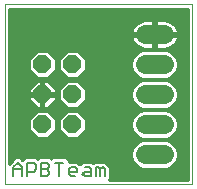
<source format=gtl>
G75*
G70*
%OFA0B0*%
%FSLAX24Y24*%
%IPPOS*%
%LPD*%
%AMOC8*
5,1,8,0,0,1.08239X$1,22.5*
%
%ADD10C,0.0000*%
%ADD11C,0.0080*%
%ADD12OC8,0.0600*%
%ADD13C,0.0634*%
%ADD14C,0.0100*%
D10*
X000161Y000151D02*
X000161Y006151D01*
X006411Y006151D01*
X006411Y000151D01*
X000161Y000151D01*
D11*
X000451Y000441D02*
X000451Y000721D01*
X000591Y000862D01*
X000731Y000721D01*
X000731Y000441D01*
X000912Y000441D02*
X000912Y000862D01*
X001122Y000862D01*
X001192Y000791D01*
X001192Y000651D01*
X001122Y000581D01*
X000912Y000581D01*
X000731Y000651D02*
X000451Y000651D01*
X001372Y000651D02*
X001582Y000651D01*
X001652Y000581D01*
X001652Y000511D01*
X001582Y000441D01*
X001372Y000441D01*
X001372Y000862D01*
X001582Y000862D01*
X001652Y000791D01*
X001652Y000721D01*
X001582Y000651D01*
X001832Y000862D02*
X002113Y000862D01*
X001972Y000862D02*
X001972Y000441D01*
X002293Y000511D02*
X002293Y000651D01*
X002363Y000721D01*
X002503Y000721D01*
X002573Y000651D01*
X002573Y000581D01*
X002293Y000581D01*
X002293Y000511D02*
X002363Y000441D01*
X002503Y000441D01*
X002753Y000511D02*
X002823Y000581D01*
X003033Y000581D01*
X003033Y000651D02*
X003033Y000441D01*
X002823Y000441D01*
X002753Y000511D01*
X002823Y000721D02*
X002963Y000721D01*
X003033Y000651D01*
X003213Y000721D02*
X003283Y000721D01*
X003354Y000651D01*
X003424Y000721D01*
X003494Y000651D01*
X003494Y000441D01*
X003354Y000441D02*
X003354Y000651D01*
X003213Y000721D02*
X003213Y000441D01*
D12*
X002411Y002151D03*
X001411Y002151D03*
X001411Y003151D03*
X001411Y004151D03*
X002411Y004151D03*
X002411Y003151D03*
D13*
X004844Y003151D02*
X005478Y003151D01*
X005478Y002151D02*
X004844Y002151D01*
X004844Y001151D02*
X005478Y001151D01*
X005478Y004151D02*
X004844Y004151D01*
X004844Y005151D02*
X005478Y005151D01*
D14*
X005210Y005177D02*
X006261Y005177D01*
X006261Y005078D02*
X005939Y005078D01*
X005943Y005103D02*
X005210Y005103D01*
X005210Y005200D01*
X005113Y005200D01*
X005113Y005618D01*
X004808Y005618D01*
X004735Y005606D01*
X004665Y005584D01*
X004600Y005550D01*
X004540Y005507D01*
X004488Y005455D01*
X004445Y005396D01*
X004412Y005330D01*
X004389Y005261D01*
X004379Y005200D01*
X005113Y005200D01*
X005113Y005103D01*
X004379Y005103D01*
X004389Y005042D01*
X004412Y004972D01*
X004445Y004906D01*
X004488Y004847D01*
X004540Y004795D01*
X004600Y004752D01*
X004665Y004719D01*
X004735Y004696D01*
X004808Y004684D01*
X005113Y004684D01*
X005113Y005102D01*
X005210Y005102D01*
X005210Y004684D01*
X005515Y004684D01*
X005587Y004696D01*
X005657Y004719D01*
X005723Y004752D01*
X005782Y004795D01*
X005834Y004847D01*
X005877Y004906D01*
X005911Y004972D01*
X005933Y005042D01*
X005943Y005103D01*
X005943Y005200D02*
X005933Y005261D01*
X005911Y005330D01*
X005877Y005396D01*
X005834Y005455D01*
X005782Y005507D01*
X005723Y005550D01*
X005657Y005584D01*
X005587Y005606D01*
X005515Y005618D01*
X005210Y005618D01*
X005210Y005200D01*
X005943Y005200D01*
X005929Y005275D02*
X006261Y005275D01*
X006261Y005374D02*
X005889Y005374D01*
X005817Y005473D02*
X006261Y005473D01*
X006261Y005571D02*
X005682Y005571D01*
X005210Y005571D02*
X005113Y005571D01*
X005113Y005473D02*
X005210Y005473D01*
X005210Y005374D02*
X005113Y005374D01*
X005113Y005275D02*
X005210Y005275D01*
X005113Y005177D02*
X000311Y005177D01*
X000311Y005078D02*
X004383Y005078D01*
X004409Y004980D02*
X000311Y004980D01*
X000311Y004881D02*
X004463Y004881D01*
X004557Y004783D02*
X000311Y004783D01*
X000311Y004684D02*
X006261Y004684D01*
X006261Y004783D02*
X005765Y004783D01*
X005859Y004881D02*
X006261Y004881D01*
X006261Y004980D02*
X005913Y004980D01*
X005743Y004547D02*
X005571Y004618D01*
X004751Y004618D01*
X004580Y004547D01*
X004449Y004416D01*
X004378Y004244D01*
X004378Y004058D01*
X004449Y003887D01*
X004580Y003755D01*
X004751Y003684D01*
X005571Y003684D01*
X005743Y003755D01*
X005874Y003887D01*
X005945Y004058D01*
X005945Y004244D01*
X005874Y004416D01*
X005743Y004547D01*
X005802Y004487D02*
X006261Y004487D01*
X006261Y004586D02*
X005649Y004586D01*
X005885Y004389D02*
X006261Y004389D01*
X006261Y004290D02*
X005926Y004290D01*
X005945Y004191D02*
X006261Y004191D01*
X006261Y004093D02*
X005945Y004093D01*
X005918Y003994D02*
X006261Y003994D01*
X006261Y003896D02*
X005878Y003896D01*
X005784Y003797D02*
X006261Y003797D01*
X006261Y003699D02*
X005606Y003699D01*
X005571Y003618D02*
X005743Y003547D01*
X005874Y003416D01*
X005945Y003244D01*
X005945Y003058D01*
X005874Y002887D01*
X005743Y002755D01*
X005571Y002684D01*
X004751Y002684D01*
X004580Y002755D01*
X004449Y002887D01*
X004378Y003058D01*
X004378Y003244D01*
X004449Y003416D01*
X004580Y003547D01*
X004751Y003618D01*
X005571Y003618D01*
X005614Y003600D02*
X006261Y003600D01*
X006261Y003502D02*
X005788Y003502D01*
X005879Y003403D02*
X006261Y003403D01*
X006261Y003305D02*
X005920Y003305D01*
X005945Y003206D02*
X006261Y003206D01*
X006261Y003107D02*
X005945Y003107D01*
X005924Y003009D02*
X006261Y003009D01*
X006261Y002910D02*
X005884Y002910D01*
X005799Y002812D02*
X006261Y002812D01*
X006261Y002713D02*
X005641Y002713D01*
X005579Y002615D02*
X006261Y002615D01*
X006261Y002516D02*
X005773Y002516D01*
X005743Y002547D02*
X005571Y002618D01*
X004751Y002618D01*
X004580Y002547D01*
X004449Y002416D01*
X004378Y002244D01*
X004378Y002058D01*
X004449Y001887D01*
X004580Y001755D01*
X004751Y001684D01*
X005571Y001684D01*
X005743Y001755D01*
X005874Y001887D01*
X005945Y002058D01*
X005945Y002244D01*
X005874Y002416D01*
X005743Y002547D01*
X005872Y002418D02*
X006261Y002418D01*
X006261Y002319D02*
X005914Y002319D01*
X005945Y002221D02*
X006261Y002221D01*
X006261Y002122D02*
X005945Y002122D01*
X005931Y002024D02*
X006261Y002024D01*
X006261Y001925D02*
X005890Y001925D01*
X005814Y001826D02*
X006261Y001826D01*
X006261Y001728D02*
X005676Y001728D01*
X005571Y001618D02*
X005743Y001547D01*
X005874Y001416D01*
X005945Y001244D01*
X005945Y001058D01*
X005874Y000887D01*
X005743Y000755D01*
X005571Y000684D01*
X004751Y000684D01*
X004580Y000755D01*
X004449Y000887D01*
X004378Y001058D01*
X004378Y001244D01*
X004449Y001416D01*
X004580Y001547D01*
X004751Y001618D01*
X005571Y001618D01*
X005759Y001531D02*
X006261Y001531D01*
X006261Y001432D02*
X005857Y001432D01*
X005908Y001334D02*
X006261Y001334D01*
X006261Y001235D02*
X005945Y001235D01*
X005945Y001137D02*
X006261Y001137D01*
X006261Y001038D02*
X005937Y001038D01*
X005896Y000940D02*
X006261Y000940D01*
X006261Y000841D02*
X005828Y000841D01*
X005711Y000742D02*
X006261Y000742D01*
X006261Y000644D02*
X003684Y000644D01*
X003684Y000545D02*
X006261Y000545D01*
X006261Y000447D02*
X003684Y000447D01*
X003684Y000362D02*
X003684Y000730D01*
X003572Y000841D01*
X003502Y000911D01*
X003424Y000911D01*
X003345Y000911D01*
X003205Y000911D01*
X003135Y000911D01*
X003088Y000865D01*
X003042Y000911D01*
X002884Y000911D01*
X002744Y000911D01*
X002663Y000830D01*
X002652Y000841D01*
X002674Y000841D01*
X002652Y000841D02*
X002582Y000911D01*
X002441Y000911D01*
X002363Y000911D01*
X002303Y000911D01*
X002303Y000940D01*
X002191Y001051D01*
X001754Y001051D01*
X001707Y001005D01*
X001661Y001051D01*
X001503Y001051D01*
X001293Y001051D01*
X001247Y001005D01*
X001200Y001051D01*
X001043Y001051D01*
X000833Y001051D01*
X000751Y000970D01*
X000670Y001051D01*
X000513Y001051D01*
X000401Y000940D01*
X000311Y000850D01*
X000311Y006001D01*
X006261Y006001D01*
X006261Y000301D01*
X003622Y000301D01*
X003684Y000362D01*
X003669Y000348D02*
X006261Y000348D01*
X006261Y001629D02*
X000311Y001629D01*
X000311Y001728D02*
X001198Y001728D01*
X001225Y001701D02*
X001598Y001701D01*
X001861Y001965D01*
X001861Y002338D01*
X001598Y002601D01*
X001225Y002601D01*
X000961Y002338D01*
X000961Y001965D01*
X001225Y001701D01*
X001100Y001826D02*
X000311Y001826D01*
X000311Y001925D02*
X001001Y001925D01*
X000961Y002024D02*
X000311Y002024D01*
X000311Y002122D02*
X000961Y002122D01*
X000961Y002221D02*
X000311Y002221D01*
X000311Y002319D02*
X000961Y002319D01*
X001041Y002418D02*
X000311Y002418D01*
X000311Y002516D02*
X001140Y002516D01*
X001225Y002701D02*
X000961Y002965D01*
X000961Y003111D01*
X001371Y003111D01*
X001371Y003191D01*
X000961Y003191D01*
X000961Y003338D01*
X001225Y003601D01*
X001371Y003601D01*
X001371Y003191D01*
X001451Y003191D01*
X001451Y003601D01*
X001598Y003601D01*
X001861Y003338D01*
X001861Y003191D01*
X001451Y003191D01*
X001451Y003111D01*
X001451Y002701D01*
X001598Y002701D01*
X001861Y002965D01*
X001861Y003111D01*
X001451Y003111D01*
X001371Y003111D01*
X001371Y002701D01*
X001225Y002701D01*
X001213Y002713D02*
X000311Y002713D01*
X000311Y002615D02*
X004744Y002615D01*
X004682Y002713D02*
X002610Y002713D01*
X002598Y002701D02*
X002861Y002965D01*
X002861Y003338D01*
X002598Y003601D01*
X002225Y003601D01*
X001961Y003338D01*
X001961Y002965D01*
X002225Y002701D01*
X002598Y002701D01*
X002598Y002601D02*
X002225Y002601D01*
X001961Y002338D01*
X001961Y001965D01*
X002225Y001701D01*
X002598Y001701D01*
X002861Y001965D01*
X002861Y002338D01*
X002598Y002601D01*
X002683Y002516D02*
X004549Y002516D01*
X004451Y002418D02*
X002781Y002418D01*
X002861Y002319D02*
X004409Y002319D01*
X004378Y002221D02*
X002861Y002221D01*
X002861Y002122D02*
X004378Y002122D01*
X004392Y002024D02*
X002861Y002024D01*
X002821Y001925D02*
X004433Y001925D01*
X004509Y001826D02*
X002723Y001826D01*
X002624Y001728D02*
X004646Y001728D01*
X004564Y001531D02*
X000311Y001531D01*
X000311Y001432D02*
X004465Y001432D01*
X004415Y001334D02*
X000311Y001334D01*
X000311Y001235D02*
X004378Y001235D01*
X004378Y001137D02*
X000311Y001137D01*
X000311Y001038D02*
X000499Y001038D01*
X000401Y000940D02*
X000311Y000940D01*
X000684Y001038D02*
X000819Y001038D01*
X001214Y001038D02*
X001280Y001038D01*
X001674Y001038D02*
X001740Y001038D01*
X002205Y001038D02*
X004386Y001038D01*
X004427Y000940D02*
X002303Y000940D01*
X002441Y000911D02*
X002441Y000911D01*
X002198Y001728D02*
X001624Y001728D01*
X001723Y001826D02*
X002100Y001826D01*
X002001Y001925D02*
X001821Y001925D01*
X001861Y002024D02*
X001961Y002024D01*
X001961Y002122D02*
X001861Y002122D01*
X001861Y002221D02*
X001961Y002221D01*
X001961Y002319D02*
X001861Y002319D01*
X001781Y002418D02*
X002041Y002418D01*
X002140Y002516D02*
X001683Y002516D01*
X001610Y002713D02*
X002213Y002713D01*
X002114Y002812D02*
X001708Y002812D01*
X001807Y002910D02*
X002016Y002910D01*
X001961Y003009D02*
X001861Y003009D01*
X001861Y003107D02*
X001961Y003107D01*
X001961Y003206D02*
X001861Y003206D01*
X001861Y003305D02*
X001961Y003305D01*
X002027Y003403D02*
X001796Y003403D01*
X001697Y003502D02*
X002125Y003502D01*
X002224Y003600D02*
X001599Y003600D01*
X001598Y003701D02*
X001861Y003965D01*
X001861Y004338D01*
X001598Y004601D01*
X001225Y004601D01*
X000961Y004338D01*
X000961Y003965D01*
X001225Y003701D01*
X001598Y003701D01*
X001694Y003797D02*
X002129Y003797D01*
X002225Y003701D02*
X002598Y003701D01*
X002861Y003965D01*
X002861Y004338D01*
X002598Y004601D01*
X002225Y004601D01*
X001961Y004338D01*
X001961Y003965D01*
X002225Y003701D01*
X002030Y003896D02*
X001792Y003896D01*
X001861Y003994D02*
X001961Y003994D01*
X001961Y004093D02*
X001861Y004093D01*
X001861Y004191D02*
X001961Y004191D01*
X001961Y004290D02*
X001861Y004290D01*
X001810Y004389D02*
X002012Y004389D01*
X002111Y004487D02*
X001712Y004487D01*
X001613Y004586D02*
X002209Y004586D01*
X002613Y004586D02*
X004673Y004586D01*
X004520Y004487D02*
X002712Y004487D01*
X002810Y004389D02*
X004437Y004389D01*
X004397Y004290D02*
X002861Y004290D01*
X002861Y004191D02*
X004378Y004191D01*
X004378Y004093D02*
X002861Y004093D01*
X002861Y003994D02*
X004404Y003994D01*
X004445Y003896D02*
X002792Y003896D01*
X002694Y003797D02*
X004538Y003797D01*
X004717Y003699D02*
X000311Y003699D01*
X000311Y003797D02*
X001129Y003797D01*
X001030Y003896D02*
X000311Y003896D01*
X000311Y003994D02*
X000961Y003994D01*
X000961Y004093D02*
X000311Y004093D01*
X000311Y004191D02*
X000961Y004191D01*
X000961Y004290D02*
X000311Y004290D01*
X000311Y004389D02*
X001012Y004389D01*
X001111Y004487D02*
X000311Y004487D01*
X000311Y004586D02*
X001209Y004586D01*
X000311Y005275D02*
X004394Y005275D01*
X004434Y005374D02*
X000311Y005374D01*
X000311Y005473D02*
X004506Y005473D01*
X004640Y005571D02*
X000311Y005571D01*
X000311Y005670D02*
X006261Y005670D01*
X006261Y005768D02*
X000311Y005768D01*
X000311Y005867D02*
X006261Y005867D01*
X006261Y005965D02*
X000311Y005965D01*
X000311Y003600D02*
X001224Y003600D01*
X001125Y003502D02*
X000311Y003502D01*
X000311Y003403D02*
X001027Y003403D01*
X000961Y003305D02*
X000311Y003305D01*
X000311Y003206D02*
X000961Y003206D01*
X000961Y003107D02*
X000311Y003107D01*
X000311Y003009D02*
X000961Y003009D01*
X001016Y002910D02*
X000311Y002910D01*
X000311Y002812D02*
X001114Y002812D01*
X001371Y002812D02*
X001451Y002812D01*
X001451Y002910D02*
X001371Y002910D01*
X001371Y003009D02*
X001451Y003009D01*
X001451Y003107D02*
X001371Y003107D01*
X001371Y003206D02*
X001451Y003206D01*
X001451Y003305D02*
X001371Y003305D01*
X001371Y003403D02*
X001451Y003403D01*
X001451Y003502D02*
X001371Y003502D01*
X001371Y003600D02*
X001451Y003600D01*
X001451Y002713D02*
X001371Y002713D01*
X002599Y003600D02*
X004709Y003600D01*
X004535Y003502D02*
X002697Y003502D01*
X002796Y003403D02*
X004443Y003403D01*
X004403Y003305D02*
X002861Y003305D01*
X002861Y003206D02*
X004378Y003206D01*
X004378Y003107D02*
X002861Y003107D01*
X002861Y003009D02*
X004398Y003009D01*
X004439Y002910D02*
X002807Y002910D01*
X002708Y002812D02*
X004524Y002812D01*
X003502Y000911D02*
X003502Y000911D01*
X003502Y000911D01*
X003573Y000841D02*
X004494Y000841D01*
X004611Y000742D02*
X003671Y000742D01*
X005113Y004783D02*
X005210Y004783D01*
X005210Y004881D02*
X005113Y004881D01*
X005113Y004980D02*
X005210Y004980D01*
X005210Y005078D02*
X005113Y005078D01*
M02*

</source>
